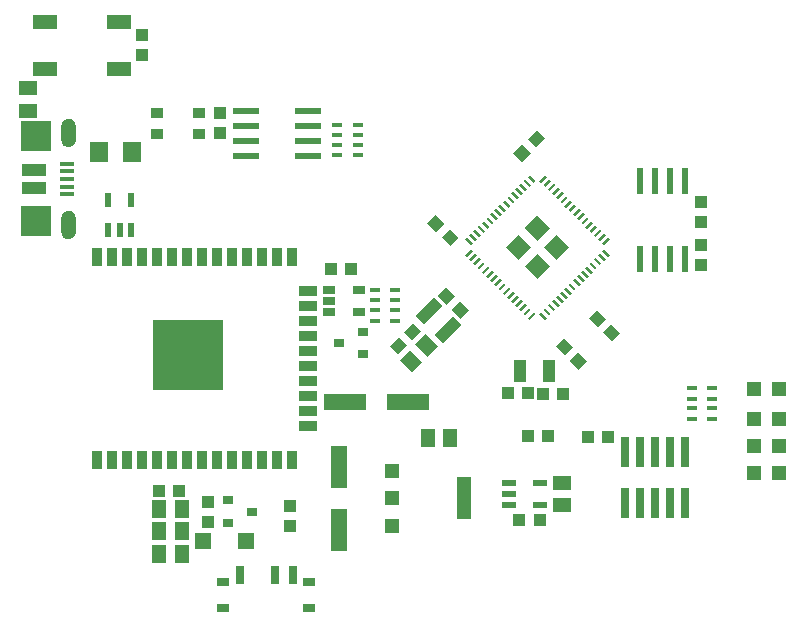
<source format=gbr>
G04 EAGLE Gerber RS-274X export*
G75*
%MOMM*%
%FSLAX34Y34*%
%LPD*%
%INSolderpaste Top*%
%IPPOS*%
%AMOC8*
5,1,8,0,0,1.08239X$1,22.5*%
G01*
%ADD10R,1.240000X1.500000*%
%ADD11R,1.400000X3.556000*%
%ADD12R,3.556000X1.400000*%
%ADD13R,1.200000X1.200000*%
%ADD14R,1.400000X1.400000*%
%ADD15R,1.500000X1.240000*%
%ADD16R,1.200000X0.550000*%
%ADD17R,1.300000X1.300000*%
%ADD18R,1.300000X3.600000*%
%ADD19R,1.000000X1.075000*%
%ADD20R,0.889000X0.787400*%
%ADD21R,2.000000X1.000000*%
%ADD22R,2.500000X2.500000*%
%ADD23R,1.250000X0.300000*%
%ADD24R,1.600000X1.803000*%
%ADD25R,2.000000X1.200000*%
%ADD26R,1.075000X1.000000*%
%ADD27R,0.990000X0.690000*%
%ADD28R,0.900000X0.450000*%
%ADD29R,0.760000X2.600000*%
%ADD30R,0.600000X2.200000*%
%ADD31R,1.000000X0.850000*%
%ADD32R,0.700000X0.220000*%
%ADD33R,1.524000X1.524000*%
%ADD34R,1.016000X2.200000*%
%ADD35R,1.100000X1.900000*%
%ADD36R,1.000000X0.800000*%
%ADD37R,0.700000X1.500000*%
%ADD38R,0.900000X1.500000*%
%ADD39R,1.500000X0.900000*%
%ADD40R,6.000000X6.000000*%
%ADD41R,0.550000X1.200000*%
%ADD42R,2.209800X0.609600*%

G36*
X52278Y407873D02*
X52278Y407873D01*
X53552Y408073D01*
X53599Y408090D01*
X53689Y408111D01*
X54885Y408589D01*
X54928Y408616D01*
X55011Y408656D01*
X56071Y409388D01*
X56107Y409424D01*
X56178Y409482D01*
X57049Y410432D01*
X57076Y410474D01*
X57133Y410547D01*
X57770Y411667D01*
X57787Y411714D01*
X57826Y411797D01*
X58199Y413031D01*
X58204Y413081D01*
X58224Y413171D01*
X58313Y414456D01*
X58311Y414476D01*
X58314Y414500D01*
X58314Y425500D01*
X58312Y425515D01*
X58313Y425535D01*
X58252Y426661D01*
X58241Y426708D01*
X58233Y426784D01*
X57952Y427877D01*
X57932Y427921D01*
X57910Y427994D01*
X57422Y429011D01*
X57394Y429050D01*
X57357Y429117D01*
X56680Y430020D01*
X56645Y430053D01*
X56596Y430111D01*
X55756Y430864D01*
X55715Y430890D01*
X55655Y430938D01*
X54684Y431512D01*
X54639Y431529D01*
X54572Y431565D01*
X53507Y431939D01*
X53460Y431947D01*
X53387Y431969D01*
X52270Y432128D01*
X52242Y432127D01*
X52090Y432128D01*
X50974Y431969D01*
X50928Y431954D01*
X50853Y431939D01*
X49788Y431565D01*
X49746Y431541D01*
X49676Y431512D01*
X48705Y430938D01*
X48668Y430906D01*
X48604Y430864D01*
X47764Y430111D01*
X47735Y430074D01*
X47680Y430020D01*
X47003Y429117D01*
X46981Y429074D01*
X46938Y429011D01*
X46450Y427994D01*
X46437Y427947D01*
X46408Y427877D01*
X46127Y426784D01*
X46124Y426736D01*
X46108Y426661D01*
X46047Y425535D01*
X46049Y425519D01*
X46046Y425500D01*
X46046Y414500D01*
X46049Y414485D01*
X46047Y414465D01*
X46108Y413339D01*
X46120Y413292D01*
X46127Y413216D01*
X46408Y412123D01*
X46428Y412079D01*
X46450Y412006D01*
X46938Y410989D01*
X46967Y410950D01*
X47003Y410883D01*
X47680Y409980D01*
X47715Y409947D01*
X47764Y409889D01*
X48604Y409136D01*
X48645Y409110D01*
X48705Y409062D01*
X49676Y408488D01*
X49721Y408471D01*
X49788Y408435D01*
X50853Y408061D01*
X50900Y408053D01*
X50974Y408031D01*
X52090Y407872D01*
X52091Y407872D01*
X52278Y407873D01*
G37*
G36*
X52278Y329873D02*
X52278Y329873D01*
X53552Y330073D01*
X53599Y330090D01*
X53689Y330111D01*
X54885Y330589D01*
X54928Y330616D01*
X55011Y330656D01*
X56071Y331388D01*
X56107Y331424D01*
X56178Y331482D01*
X57049Y332432D01*
X57076Y332474D01*
X57133Y332547D01*
X57770Y333667D01*
X57787Y333714D01*
X57826Y333797D01*
X58199Y335031D01*
X58204Y335081D01*
X58224Y335171D01*
X58313Y336456D01*
X58311Y336476D01*
X58314Y336500D01*
X58314Y347500D01*
X58312Y347515D01*
X58313Y347535D01*
X58252Y348661D01*
X58241Y348708D01*
X58233Y348784D01*
X57952Y349877D01*
X57932Y349921D01*
X57910Y349994D01*
X57422Y351011D01*
X57394Y351050D01*
X57357Y351117D01*
X56680Y352020D01*
X56645Y352053D01*
X56596Y352111D01*
X55756Y352864D01*
X55715Y352890D01*
X55655Y352938D01*
X54684Y353512D01*
X54639Y353529D01*
X54572Y353565D01*
X53507Y353939D01*
X53460Y353947D01*
X53387Y353969D01*
X52270Y354128D01*
X52242Y354127D01*
X52090Y354128D01*
X50974Y353969D01*
X50928Y353954D01*
X50853Y353939D01*
X49788Y353565D01*
X49746Y353541D01*
X49676Y353512D01*
X48705Y352938D01*
X48668Y352906D01*
X48604Y352864D01*
X47764Y352111D01*
X47735Y352074D01*
X47680Y352020D01*
X47003Y351117D01*
X46981Y351074D01*
X46938Y351011D01*
X46450Y349994D01*
X46437Y349947D01*
X46408Y349877D01*
X46127Y348784D01*
X46124Y348736D01*
X46108Y348661D01*
X46047Y347535D01*
X46049Y347519D01*
X46046Y347500D01*
X46046Y336500D01*
X46049Y336485D01*
X46047Y336465D01*
X46108Y335339D01*
X46120Y335292D01*
X46127Y335216D01*
X46408Y334123D01*
X46428Y334079D01*
X46450Y334006D01*
X46938Y332989D01*
X46967Y332950D01*
X47003Y332883D01*
X47680Y331980D01*
X47715Y331947D01*
X47764Y331889D01*
X48604Y331136D01*
X48645Y331110D01*
X48705Y331062D01*
X49676Y330488D01*
X49721Y330471D01*
X49788Y330435D01*
X50853Y330061D01*
X50900Y330053D01*
X50974Y330031D01*
X52090Y329872D01*
X52091Y329872D01*
X52278Y329873D01*
G37*
D10*
X375260Y161290D03*
X356260Y161290D03*
D11*
X280924Y83950D03*
X280924Y137030D03*
D12*
X286134Y192278D03*
X339214Y192278D03*
D13*
X632374Y203454D03*
X653374Y203454D03*
D14*
X202650Y74676D03*
X165650Y74676D03*
D13*
X653374Y132334D03*
X632374Y132334D03*
D15*
X469900Y104800D03*
X469900Y123800D03*
D16*
X425150Y123800D03*
X425150Y114300D03*
X425150Y104800D03*
X451150Y104800D03*
X451150Y123800D03*
D17*
X326116Y133490D03*
X326116Y110490D03*
X326116Y87490D03*
D18*
X387116Y110490D03*
D19*
X239776Y104004D03*
X239776Y87004D03*
X180340Y436490D03*
X180340Y419490D03*
D20*
X186690Y108966D03*
X186690Y89662D03*
X207010Y99314D03*
D19*
X170180Y107560D03*
X170180Y90560D03*
D21*
X23180Y388500D03*
X23180Y373500D03*
D22*
X24180Y417000D03*
X24180Y345000D03*
D23*
X50930Y394000D03*
X50930Y387500D03*
X50930Y381000D03*
X50930Y374500D03*
X50930Y368000D03*
D13*
X632374Y178054D03*
X653374Y178054D03*
X632374Y155194D03*
X653374Y155194D03*
D24*
X105914Y403860D03*
X77474Y403860D03*
D25*
X94500Y474030D03*
X32500Y474030D03*
X32500Y514030D03*
X94500Y514030D03*
D15*
X17780Y457810D03*
X17780Y438810D03*
D20*
X280924Y242062D03*
X301244Y251714D03*
X301244Y232410D03*
D26*
X273948Y305054D03*
X290948Y305054D03*
D27*
X272342Y287122D03*
X272342Y277622D03*
X272342Y268122D03*
X298242Y268122D03*
X298242Y287122D03*
D28*
X579764Y177754D03*
X596764Y177754D03*
X579764Y186754D03*
X579764Y194754D03*
X579764Y203754D03*
X596764Y203754D03*
X596764Y186754D03*
X596764Y194754D03*
X311286Y261066D03*
X328286Y261066D03*
X311286Y270066D03*
X311286Y278066D03*
X311286Y287066D03*
X328286Y287066D03*
X328286Y270066D03*
X328286Y278066D03*
D29*
X523240Y149770D03*
X535940Y149770D03*
X548640Y149770D03*
X561340Y149770D03*
X574040Y149770D03*
X523240Y106770D03*
X535940Y106770D03*
X548640Y106770D03*
X561340Y106770D03*
X574040Y106770D03*
D26*
X508880Y162560D03*
X491880Y162560D03*
D30*
X561594Y379098D03*
X561594Y312798D03*
X574294Y379098D03*
X548894Y379098D03*
X536194Y379098D03*
X574294Y312798D03*
X548894Y312798D03*
X536194Y312798D03*
D19*
X587502Y361814D03*
X587502Y344814D03*
D31*
X162280Y419240D03*
X127280Y419240D03*
X162280Y436740D03*
X127280Y436740D03*
D32*
G36*
X452307Y268411D02*
X457256Y263462D01*
X455701Y261907D01*
X450752Y266856D01*
X452307Y268411D01*
G37*
G36*
X455842Y271947D02*
X460791Y266998D01*
X459236Y265443D01*
X454287Y270392D01*
X455842Y271947D01*
G37*
G36*
X459378Y275482D02*
X464327Y270533D01*
X462772Y268978D01*
X457823Y273927D01*
X459378Y275482D01*
G37*
G36*
X462913Y279018D02*
X467862Y274069D01*
X466307Y272514D01*
X461358Y277463D01*
X462913Y279018D01*
G37*
G36*
X466449Y282554D02*
X471398Y277605D01*
X469843Y276050D01*
X464894Y280999D01*
X466449Y282554D01*
G37*
G36*
X469984Y286089D02*
X474933Y281140D01*
X473378Y279585D01*
X468429Y284534D01*
X469984Y286089D01*
G37*
G36*
X473520Y289625D02*
X478469Y284676D01*
X476914Y283121D01*
X471965Y288070D01*
X473520Y289625D01*
G37*
G36*
X477055Y293160D02*
X482004Y288211D01*
X480449Y286656D01*
X475500Y291605D01*
X477055Y293160D01*
G37*
G36*
X480591Y296696D02*
X485540Y291747D01*
X483985Y290192D01*
X479036Y295141D01*
X480591Y296696D01*
G37*
G36*
X484127Y300231D02*
X489076Y295282D01*
X487521Y293727D01*
X482572Y298676D01*
X484127Y300231D01*
G37*
G36*
X487662Y303767D02*
X492611Y298818D01*
X491056Y297263D01*
X486107Y302212D01*
X487662Y303767D01*
G37*
G36*
X491198Y307302D02*
X496147Y302353D01*
X494592Y300798D01*
X489643Y305747D01*
X491198Y307302D01*
G37*
G36*
X494733Y310838D02*
X499682Y305889D01*
X498127Y304334D01*
X493178Y309283D01*
X494733Y310838D01*
G37*
G36*
X498269Y314373D02*
X503218Y309424D01*
X501663Y307869D01*
X496714Y312818D01*
X498269Y314373D01*
G37*
G36*
X501804Y317909D02*
X506753Y312960D01*
X505198Y311405D01*
X500249Y316354D01*
X501804Y317909D01*
G37*
G36*
X505340Y321444D02*
X510289Y316495D01*
X508734Y314940D01*
X503785Y319889D01*
X505340Y321444D01*
G37*
G36*
X503785Y326395D02*
X508734Y331344D01*
X510289Y329789D01*
X505340Y324840D01*
X503785Y326395D01*
G37*
G36*
X500249Y329930D02*
X505198Y334879D01*
X506753Y333324D01*
X501804Y328375D01*
X500249Y329930D01*
G37*
G36*
X496714Y333466D02*
X501663Y338415D01*
X503218Y336860D01*
X498269Y331911D01*
X496714Y333466D01*
G37*
G36*
X493178Y337001D02*
X498127Y341950D01*
X499682Y340395D01*
X494733Y335446D01*
X493178Y337001D01*
G37*
G36*
X489643Y340537D02*
X494592Y345486D01*
X496147Y343931D01*
X491198Y338982D01*
X489643Y340537D01*
G37*
G36*
X486107Y344073D02*
X491056Y349022D01*
X492611Y347467D01*
X487662Y342518D01*
X486107Y344073D01*
G37*
G36*
X482572Y347608D02*
X487521Y352557D01*
X489076Y351002D01*
X484127Y346053D01*
X482572Y347608D01*
G37*
G36*
X479036Y351144D02*
X483985Y356093D01*
X485540Y354538D01*
X480591Y349589D01*
X479036Y351144D01*
G37*
G36*
X475500Y354679D02*
X480449Y359628D01*
X482004Y358073D01*
X477055Y353124D01*
X475500Y354679D01*
G37*
G36*
X471965Y358215D02*
X476914Y363164D01*
X478469Y361609D01*
X473520Y356660D01*
X471965Y358215D01*
G37*
G36*
X468429Y361750D02*
X473378Y366699D01*
X474933Y365144D01*
X469984Y360195D01*
X468429Y361750D01*
G37*
G36*
X464894Y365286D02*
X469843Y370235D01*
X471398Y368680D01*
X466449Y363731D01*
X464894Y365286D01*
G37*
G36*
X461358Y368821D02*
X466307Y373770D01*
X467862Y372215D01*
X462913Y367266D01*
X461358Y368821D01*
G37*
G36*
X457823Y372357D02*
X462772Y377306D01*
X464327Y375751D01*
X459378Y370802D01*
X457823Y372357D01*
G37*
G36*
X454287Y375892D02*
X459236Y380841D01*
X460791Y379286D01*
X455842Y374337D01*
X454287Y375892D01*
G37*
G36*
X450752Y379428D02*
X455701Y384377D01*
X457256Y382822D01*
X452307Y377873D01*
X450752Y379428D01*
G37*
G36*
X445801Y377873D02*
X440852Y382822D01*
X442407Y384377D01*
X447356Y379428D01*
X445801Y377873D01*
G37*
G36*
X442266Y374337D02*
X437317Y379286D01*
X438872Y380841D01*
X443821Y375892D01*
X442266Y374337D01*
G37*
G36*
X438730Y370802D02*
X433781Y375751D01*
X435336Y377306D01*
X440285Y372357D01*
X438730Y370802D01*
G37*
G36*
X435195Y367266D02*
X430246Y372215D01*
X431801Y373770D01*
X436750Y368821D01*
X435195Y367266D01*
G37*
G36*
X431659Y363731D02*
X426710Y368680D01*
X428265Y370235D01*
X433214Y365286D01*
X431659Y363731D01*
G37*
G36*
X428124Y360195D02*
X423175Y365144D01*
X424730Y366699D01*
X429679Y361750D01*
X428124Y360195D01*
G37*
G36*
X424588Y356660D02*
X419639Y361609D01*
X421194Y363164D01*
X426143Y358215D01*
X424588Y356660D01*
G37*
G36*
X421052Y353124D02*
X416103Y358073D01*
X417658Y359628D01*
X422607Y354679D01*
X421052Y353124D01*
G37*
G36*
X417517Y349589D02*
X412568Y354538D01*
X414123Y356093D01*
X419072Y351144D01*
X417517Y349589D01*
G37*
G36*
X413981Y346053D02*
X409032Y351002D01*
X410587Y352557D01*
X415536Y347608D01*
X413981Y346053D01*
G37*
G36*
X410446Y342518D02*
X405497Y347467D01*
X407052Y349022D01*
X412001Y344073D01*
X410446Y342518D01*
G37*
G36*
X406910Y338982D02*
X401961Y343931D01*
X403516Y345486D01*
X408465Y340537D01*
X406910Y338982D01*
G37*
G36*
X403375Y335446D02*
X398426Y340395D01*
X399981Y341950D01*
X404930Y337001D01*
X403375Y335446D01*
G37*
G36*
X399839Y331911D02*
X394890Y336860D01*
X396445Y338415D01*
X401394Y333466D01*
X399839Y331911D01*
G37*
G36*
X396304Y328375D02*
X391355Y333324D01*
X392910Y334879D01*
X397859Y329930D01*
X396304Y328375D01*
G37*
G36*
X392768Y324840D02*
X387819Y329789D01*
X389374Y331344D01*
X394323Y326395D01*
X392768Y324840D01*
G37*
G36*
X394323Y319889D02*
X389374Y314940D01*
X387819Y316495D01*
X392768Y321444D01*
X394323Y319889D01*
G37*
G36*
X397859Y316354D02*
X392910Y311405D01*
X391355Y312960D01*
X396304Y317909D01*
X397859Y316354D01*
G37*
G36*
X401394Y312818D02*
X396445Y307869D01*
X394890Y309424D01*
X399839Y314373D01*
X401394Y312818D01*
G37*
G36*
X404930Y309283D02*
X399981Y304334D01*
X398426Y305889D01*
X403375Y310838D01*
X404930Y309283D01*
G37*
G36*
X408465Y305747D02*
X403516Y300798D01*
X401961Y302353D01*
X406910Y307302D01*
X408465Y305747D01*
G37*
G36*
X412001Y302212D02*
X407052Y297263D01*
X405497Y298818D01*
X410446Y303767D01*
X412001Y302212D01*
G37*
G36*
X415536Y298676D02*
X410587Y293727D01*
X409032Y295282D01*
X413981Y300231D01*
X415536Y298676D01*
G37*
G36*
X419072Y295141D02*
X414123Y290192D01*
X412568Y291747D01*
X417517Y296696D01*
X419072Y295141D01*
G37*
G36*
X422607Y291605D02*
X417658Y286656D01*
X416103Y288211D01*
X421052Y293160D01*
X422607Y291605D01*
G37*
G36*
X426143Y288070D02*
X421194Y283121D01*
X419639Y284676D01*
X424588Y289625D01*
X426143Y288070D01*
G37*
G36*
X429679Y284534D02*
X424730Y279585D01*
X423175Y281140D01*
X428124Y286089D01*
X429679Y284534D01*
G37*
G36*
X433214Y280999D02*
X428265Y276050D01*
X426710Y277605D01*
X431659Y282554D01*
X433214Y280999D01*
G37*
G36*
X436750Y277463D02*
X431801Y272514D01*
X430246Y274069D01*
X435195Y279018D01*
X436750Y277463D01*
G37*
G36*
X440285Y273927D02*
X435336Y268978D01*
X433781Y270533D01*
X438730Y275482D01*
X440285Y273927D01*
G37*
G36*
X443821Y270392D02*
X438872Y265443D01*
X437317Y266998D01*
X442266Y271947D01*
X443821Y270392D01*
G37*
G36*
X447356Y266856D02*
X442407Y261907D01*
X440852Y263462D01*
X445801Y268411D01*
X447356Y266856D01*
G37*
D33*
G36*
X449054Y317754D02*
X459830Y306978D01*
X449054Y296202D01*
X438278Y306978D01*
X449054Y317754D01*
G37*
G36*
X432890Y333918D02*
X443666Y323142D01*
X432890Y312366D01*
X422114Y323142D01*
X432890Y333918D01*
G37*
G36*
X449054Y350083D02*
X459830Y339307D01*
X449054Y328531D01*
X438278Y339307D01*
X449054Y350083D01*
G37*
G36*
X465218Y333918D02*
X475994Y323142D01*
X465218Y312366D01*
X454442Y323142D01*
X465218Y333918D01*
G37*
D10*
G36*
X345809Y241063D02*
X354577Y249831D01*
X365183Y239225D01*
X356415Y230457D01*
X345809Y241063D01*
G37*
G36*
X332374Y227627D02*
X341142Y236395D01*
X351748Y225789D01*
X342980Y217021D01*
X332374Y227627D01*
G37*
D34*
G36*
X353115Y257983D02*
X345931Y265167D01*
X361487Y280723D01*
X368671Y273539D01*
X353115Y257983D01*
G37*
G36*
X369053Y242045D02*
X361869Y249229D01*
X377425Y264785D01*
X384609Y257601D01*
X369053Y242045D01*
G37*
D26*
G36*
X336141Y251481D02*
X343742Y259082D01*
X350813Y252011D01*
X343212Y244410D01*
X336141Y251481D01*
G37*
G36*
X324120Y239461D02*
X331721Y247062D01*
X338792Y239991D01*
X331191Y232390D01*
X324120Y239461D01*
G37*
X424062Y199644D03*
X441062Y199644D03*
X471034Y198628D03*
X454034Y198628D03*
D35*
X434532Y218694D03*
X458532Y218694D03*
D26*
G36*
X383888Y277251D02*
X391489Y269650D01*
X384418Y262579D01*
X376817Y270180D01*
X383888Y277251D01*
G37*
G36*
X371867Y289272D02*
X379468Y281671D01*
X372397Y274600D01*
X364796Y282201D01*
X371867Y289272D01*
G37*
G36*
X440770Y414767D02*
X448371Y422368D01*
X455442Y415297D01*
X447841Y407696D01*
X440770Y414767D01*
G37*
G36*
X428750Y402746D02*
X436351Y410347D01*
X443422Y403276D01*
X435821Y395675D01*
X428750Y402746D01*
G37*
G36*
X363435Y335868D02*
X355834Y343469D01*
X362905Y350540D01*
X370506Y342939D01*
X363435Y335868D01*
G37*
G36*
X375455Y323848D02*
X367854Y331449D01*
X374925Y338520D01*
X382526Y330919D01*
X375455Y323848D01*
G37*
X145896Y117004D03*
X128896Y117004D03*
G36*
X472029Y231592D02*
X464428Y239193D01*
X471499Y246264D01*
X479100Y238663D01*
X472029Y231592D01*
G37*
G36*
X484049Y219572D02*
X476448Y227173D01*
X483519Y234244D01*
X491120Y226643D01*
X484049Y219572D01*
G37*
X450832Y92466D03*
X433832Y92466D03*
G36*
X511713Y258138D02*
X519314Y250537D01*
X512243Y243466D01*
X504642Y251067D01*
X511713Y258138D01*
G37*
G36*
X499693Y270158D02*
X507294Y262557D01*
X500223Y255486D01*
X492622Y263087D01*
X499693Y270158D01*
G37*
D36*
X182956Y17448D03*
X182956Y39448D03*
X255956Y39448D03*
X255956Y17448D03*
D37*
X241956Y45948D03*
X226956Y45948D03*
X196956Y45948D03*
D19*
X587756Y325238D03*
X587756Y308238D03*
X114046Y502784D03*
X114046Y485784D03*
D26*
X457826Y163576D03*
X440826Y163576D03*
D38*
X76238Y142854D03*
X88938Y142854D03*
X101638Y142854D03*
X114338Y142854D03*
X127038Y142854D03*
X139738Y142854D03*
X152438Y142854D03*
X165138Y142854D03*
X177838Y142854D03*
X190538Y142854D03*
X203238Y142854D03*
X215938Y142854D03*
X228638Y142854D03*
X241338Y142854D03*
D39*
X255238Y171854D03*
X255238Y184554D03*
X255238Y197254D03*
X255238Y209954D03*
X255238Y222654D03*
X255238Y235354D03*
X255238Y248054D03*
X255238Y260754D03*
X255238Y273454D03*
X255238Y286154D03*
D38*
X241338Y314854D03*
X228638Y314854D03*
X215938Y314854D03*
X203238Y314854D03*
X190538Y314854D03*
X177838Y314854D03*
X165138Y314854D03*
X152438Y314854D03*
X139738Y314854D03*
X127038Y314854D03*
X114338Y314854D03*
X101638Y314854D03*
X88938Y314854D03*
X76238Y314854D03*
D40*
X153238Y232254D03*
D10*
X128930Y101600D03*
X147930Y101600D03*
X128930Y82550D03*
X147930Y82550D03*
X128930Y63500D03*
X147930Y63500D03*
D41*
X85750Y337520D03*
X95250Y337520D03*
X104750Y337520D03*
X104750Y363520D03*
X85750Y363520D03*
D42*
X202438Y438150D03*
X202438Y425450D03*
X202438Y412750D03*
X202438Y400050D03*
X254762Y400050D03*
X254762Y412750D03*
X254762Y425450D03*
X254762Y438150D03*
D28*
X279790Y401020D03*
X296790Y401020D03*
X279790Y410020D03*
X279790Y418020D03*
X279790Y427020D03*
X296790Y427020D03*
X296790Y410020D03*
X296790Y418020D03*
M02*

</source>
